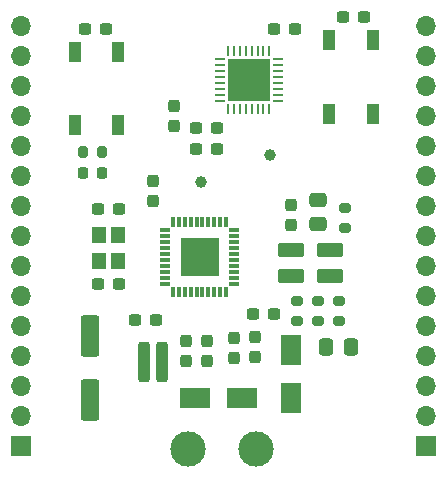
<source format=gbr>
%TF.GenerationSoftware,KiCad,Pcbnew,6.0.6*%
%TF.CreationDate,2022-11-11T11:54:06+01:00*%
%TF.ProjectId,KnxBoard,4b6e7842-6f61-4726-942e-6b696361645f,rev?*%
%TF.SameCoordinates,Original*%
%TF.FileFunction,Soldermask,Top*%
%TF.FilePolarity,Negative*%
%FSLAX46Y46*%
G04 Gerber Fmt 4.6, Leading zero omitted, Abs format (unit mm)*
G04 Created by KiCad (PCBNEW 6.0.6) date 2022-11-11 11:54:06*
%MOMM*%
%LPD*%
G01*
G04 APERTURE LIST*
G04 Aperture macros list*
%AMRoundRect*
0 Rectangle with rounded corners*
0 $1 Rounding radius*
0 $2 $3 $4 $5 $6 $7 $8 $9 X,Y pos of 4 corners*
0 Add a 4 corners polygon primitive as box body*
4,1,4,$2,$3,$4,$5,$6,$7,$8,$9,$2,$3,0*
0 Add four circle primitives for the rounded corners*
1,1,$1+$1,$2,$3*
1,1,$1+$1,$4,$5*
1,1,$1+$1,$6,$7*
1,1,$1+$1,$8,$9*
0 Add four rect primitives between the rounded corners*
20,1,$1+$1,$2,$3,$4,$5,0*
20,1,$1+$1,$4,$5,$6,$7,0*
20,1,$1+$1,$6,$7,$8,$9,0*
20,1,$1+$1,$8,$9,$2,$3,0*%
G04 Aperture macros list end*
%ADD10R,0.250000X0.850000*%
%ADD11R,0.850000X0.250000*%
%ADD12R,3.600000X3.600000*%
%ADD13RoundRect,0.237500X0.300000X0.237500X-0.300000X0.237500X-0.300000X-0.237500X0.300000X-0.237500X0*%
%ADD14RoundRect,0.250000X-0.337500X-0.475000X0.337500X-0.475000X0.337500X0.475000X-0.337500X0.475000X0*%
%ADD15R,2.500000X1.800000*%
%ADD16C,1.000000*%
%ADD17RoundRect,0.237500X-0.237500X0.300000X-0.237500X-0.300000X0.237500X-0.300000X0.237500X0.300000X0*%
%ADD18R,0.300000X0.850000*%
%ADD19R,0.850000X0.300000*%
%ADD20R,3.300000X3.300000*%
%ADD21RoundRect,0.250000X-0.850000X0.375000X-0.850000X-0.375000X0.850000X-0.375000X0.850000X0.375000X0*%
%ADD22RoundRect,0.250000X-0.475000X0.337500X-0.475000X-0.337500X0.475000X-0.337500X0.475000X0.337500X0*%
%ADD23RoundRect,0.237500X-0.300000X-0.237500X0.300000X-0.237500X0.300000X0.237500X-0.300000X0.237500X0*%
%ADD24R,1.700000X1.700000*%
%ADD25O,1.700000X1.700000*%
%ADD26R,1.100000X1.800000*%
%ADD27RoundRect,0.250000X-0.550000X1.500000X-0.550000X-1.500000X0.550000X-1.500000X0.550000X1.500000X0*%
%ADD28C,3.000000*%
%ADD29R,1.800000X2.500000*%
%ADD30R,1.200000X1.400000*%
%ADD31RoundRect,0.237500X0.237500X-0.300000X0.237500X0.300000X-0.237500X0.300000X-0.237500X-0.300000X0*%
%ADD32RoundRect,0.200000X0.200000X0.275000X-0.200000X0.275000X-0.200000X-0.275000X0.200000X-0.275000X0*%
%ADD33RoundRect,0.200000X-0.275000X0.200000X-0.275000X-0.200000X0.275000X-0.200000X0.275000X0.200000X0*%
%ADD34RoundRect,0.200000X0.275000X-0.200000X0.275000X0.200000X-0.275000X0.200000X-0.275000X-0.200000X0*%
%ADD35RoundRect,0.250000X-0.250000X-1.450000X0.250000X-1.450000X0.250000X1.450000X-0.250000X1.450000X0*%
%ADD36RoundRect,0.250000X0.850000X-0.375000X0.850000X0.375000X-0.850000X0.375000X-0.850000X-0.375000X0*%
%ADD37RoundRect,0.218750X0.218750X0.256250X-0.218750X0.256250X-0.218750X-0.256250X0.218750X-0.256250X0*%
G04 APERTURE END LIST*
D10*
%TO.C,IC0*%
X107414000Y-38952000D03*
X106914000Y-38952000D03*
X106414000Y-38952000D03*
X105914000Y-38952000D03*
X105414000Y-38952000D03*
X104914000Y-38952000D03*
X104414000Y-38952000D03*
X103914000Y-38952000D03*
D11*
X103214000Y-39652000D03*
X103214000Y-40152000D03*
X103214000Y-40652000D03*
X103214000Y-41152000D03*
X103214000Y-41652000D03*
X103214000Y-42152000D03*
X103214000Y-42652000D03*
X103214000Y-43152000D03*
D10*
X103914000Y-43852000D03*
X104414000Y-43852000D03*
X104914000Y-43852000D03*
X105414000Y-43852000D03*
X105914000Y-43852000D03*
X106414000Y-43852000D03*
X106914000Y-43852000D03*
X107414000Y-43852000D03*
D11*
X108114000Y-43152000D03*
X108114000Y-42652000D03*
X108114000Y-42152000D03*
X108114000Y-41652000D03*
X108114000Y-41152000D03*
X108114000Y-40652000D03*
X108114000Y-40152000D03*
X108114000Y-39652000D03*
D12*
X105664000Y-41402000D03*
%TD*%
D13*
%TO.C,C23*%
X102970500Y-47244000D03*
X101245500Y-47244000D03*
%TD*%
D14*
%TO.C,C11*%
X112246500Y-64008000D03*
X114321500Y-64008000D03*
%TD*%
D15*
%TO.C,D2*%
X101124000Y-68326000D03*
X105124000Y-68326000D03*
%TD*%
D16*
%TO.C,TP1*%
X101600000Y-50038000D03*
%TD*%
D17*
%TO.C,C5*%
X100330000Y-63500000D03*
X100330000Y-65225000D03*
%TD*%
D18*
%TO.C,IC1*%
X99252000Y-59335500D03*
X99752000Y-59335500D03*
X100252000Y-59335500D03*
X100752000Y-59335500D03*
X101252000Y-59335500D03*
X101752000Y-59335500D03*
X102252000Y-59335500D03*
X102752000Y-59335500D03*
X103252000Y-59335500D03*
X103752000Y-59335500D03*
D19*
X104452000Y-58635500D03*
X104452000Y-58135500D03*
X104452000Y-57635500D03*
X104452000Y-57135500D03*
X104452000Y-56635500D03*
X104452000Y-56135500D03*
X104452000Y-55635500D03*
X104452000Y-55135500D03*
X104452000Y-54635500D03*
X104452000Y-54135500D03*
D18*
X103752000Y-53435500D03*
X103252000Y-53435500D03*
X102752000Y-53435500D03*
X102252000Y-53435500D03*
X101752000Y-53435500D03*
X101252000Y-53435500D03*
X100752000Y-53435500D03*
X100252000Y-53435500D03*
X99752000Y-53435500D03*
X99252000Y-53435500D03*
D19*
X98552000Y-54135500D03*
X98552000Y-54635500D03*
X98552000Y-55135500D03*
X98552000Y-55635500D03*
X98552000Y-56135500D03*
X98552000Y-56635500D03*
X98552000Y-57135500D03*
X98552000Y-57635500D03*
X98552000Y-58135500D03*
X98552000Y-58635500D03*
D20*
X101502000Y-56385500D03*
%TD*%
D21*
%TO.C,L2*%
X109220000Y-55821000D03*
X109220000Y-57971000D03*
%TD*%
D17*
%TO.C,C10*%
X106172000Y-63145500D03*
X106172000Y-64870500D03*
%TD*%
D13*
%TO.C,C17*%
X94644000Y-52321500D03*
X92919000Y-52321500D03*
%TD*%
D17*
%TO.C,C4*%
X97536000Y-49937500D03*
X97536000Y-51662500D03*
%TD*%
D22*
%TO.C,C12*%
X111506000Y-51540500D03*
X111506000Y-53615500D03*
%TD*%
D23*
%TO.C,C20*%
X113691500Y-36068000D03*
X115416500Y-36068000D03*
%TD*%
D24*
%TO.C,J1*%
X120650000Y-72390000D03*
D25*
X120650000Y-69850000D03*
X120650000Y-67310000D03*
X120650000Y-64770000D03*
X120650000Y-62230000D03*
X120650000Y-59690000D03*
X120650000Y-57150000D03*
X120650000Y-54610000D03*
X120650000Y-52070000D03*
X120650000Y-49530000D03*
X120650000Y-46990000D03*
X120650000Y-44450000D03*
X120650000Y-41910000D03*
X120650000Y-39370000D03*
X120650000Y-36830000D03*
%TD*%
D13*
%TO.C,C21*%
X109574500Y-37084000D03*
X107849500Y-37084000D03*
%TD*%
D17*
%TO.C,C7*%
X102108000Y-63500000D03*
X102108000Y-65225000D03*
%TD*%
D26*
%TO.C,B0*%
X112450000Y-38048000D03*
X112450000Y-44248000D03*
X116150000Y-44248000D03*
X116150000Y-38048000D03*
%TD*%
D27*
%TO.C,C9*%
X92202000Y-63086000D03*
X92202000Y-68486000D03*
%TD*%
D24*
%TO.C,J2*%
X86360000Y-72390000D03*
D25*
X86360000Y-69850000D03*
X86360000Y-67310000D03*
X86360000Y-64770000D03*
X86360000Y-62230000D03*
X86360000Y-59690000D03*
X86360000Y-57150000D03*
X86360000Y-54610000D03*
X86360000Y-52070000D03*
X86360000Y-49530000D03*
X86360000Y-46990000D03*
X86360000Y-44450000D03*
X86360000Y-41910000D03*
X86360000Y-39370000D03*
X86360000Y-36830000D03*
%TD*%
D23*
%TO.C,C16*%
X92919000Y-58671500D03*
X94644000Y-58671500D03*
%TD*%
D16*
%TO.C,TP2*%
X107442000Y-47752000D03*
%TD*%
D23*
%TO.C,C3*%
X96067500Y-61719500D03*
X97792500Y-61719500D03*
%TD*%
D28*
%TO.C,J4*%
X100503000Y-72634000D03*
X106253000Y-72634000D03*
%TD*%
D29*
%TO.C,D1*%
X109220000Y-64294000D03*
X109220000Y-68294000D03*
%TD*%
D30*
%TO.C,X1*%
X94581500Y-56723500D03*
X94581500Y-54523500D03*
X92981500Y-54523500D03*
X92981500Y-56723500D03*
%TD*%
D23*
%TO.C,C30*%
X91847500Y-37084000D03*
X93572500Y-37084000D03*
%TD*%
D31*
%TO.C,C6*%
X104394000Y-64971000D03*
X104394000Y-63246000D03*
%TD*%
D13*
%TO.C,C22*%
X102970500Y-45466000D03*
X101245500Y-45466000D03*
%TD*%
D23*
%TO.C,C8*%
X106071500Y-61214000D03*
X107796500Y-61214000D03*
%TD*%
D32*
%TO.C,R30*%
X93281000Y-47498000D03*
X91631000Y-47498000D03*
%TD*%
D33*
%TO.C,R20*%
X111506000Y-60135000D03*
X111506000Y-61785000D03*
%TD*%
D34*
%TO.C,R22*%
X113284000Y-61785000D03*
X113284000Y-60135000D03*
%TD*%
D35*
%TO.C,R10*%
X96786000Y-65278000D03*
X98286000Y-65278000D03*
%TD*%
D26*
%TO.C,B2*%
X90932000Y-45193222D03*
X90932000Y-38993222D03*
X94632000Y-45193222D03*
X94632000Y-38993222D03*
%TD*%
D36*
%TO.C,L3*%
X112522000Y-57971000D03*
X112522000Y-55821000D03*
%TD*%
D33*
%TO.C,R18*%
X109728000Y-60135000D03*
X109728000Y-61785000D03*
%TD*%
D37*
%TO.C,LD1*%
X93243500Y-49276000D03*
X91668500Y-49276000D03*
%TD*%
D34*
%TO.C,R21*%
X113792000Y-53911000D03*
X113792000Y-52261000D03*
%TD*%
D17*
%TO.C,C24*%
X99314000Y-43587500D03*
X99314000Y-45312500D03*
%TD*%
%TO.C,C4*%
X109220000Y-51969500D03*
X109220000Y-53694500D03*
%TD*%
M02*

</source>
